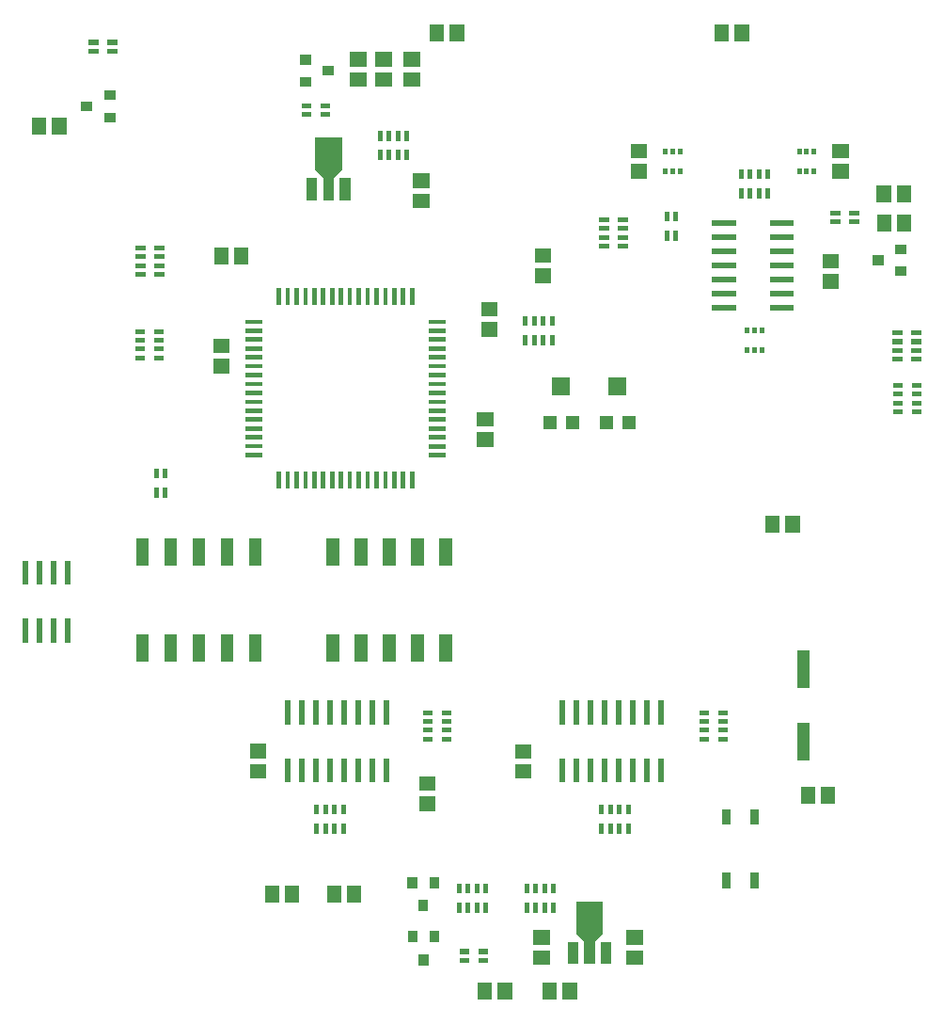
<source format=gbr>
G04 start of page 10 for group -4015 idx -4015 *
G04 Title: (unknown), toppaste *
G04 Creator: pcb 20140316 *
G04 CreationDate: Thu 03 Dec 2015 05:56:45 PM GMT UTC *
G04 For: ndholmes *
G04 Format: Gerber/RS-274X *
G04 PCB-Dimensions (mil): 3900.00 3600.00 *
G04 PCB-Coordinate-Origin: lower left *
%MOIN*%
%FSLAX25Y25*%
%LNTOPPASTE*%
%ADD113R,0.0630X0.0630*%
%ADD112R,0.0470X0.0470*%
%ADD111R,0.0157X0.0157*%
%ADD110R,0.0440X0.0440*%
%ADD109R,0.0430X0.0430*%
%ADD108R,0.0310X0.0310*%
%ADD107R,0.0165X0.0165*%
%ADD106C,0.0001*%
%ADD105R,0.0945X0.0945*%
%ADD104R,0.0378X0.0378*%
%ADD103R,0.0200X0.0200*%
%ADD102R,0.0340X0.0340*%
%ADD101R,0.0167X0.0167*%
%ADD100R,0.0512X0.0512*%
G54D100*X155021Y297586D02*X155807D01*
X155021Y290500D02*X155807D01*
X132650Y340543D02*X133436D01*
X132650Y333457D02*X133436D01*
X299543Y80393D02*Y79607D01*
X292457Y80393D02*Y79607D01*
X157107Y76957D02*X157893D01*
X157107Y84043D02*X157893D01*
G54D101*X150224Y314283D02*Y312413D01*
X147075Y314283D02*Y312413D01*
X143925Y314283D02*Y312413D01*
X140776Y314283D02*Y312413D01*
Y307587D02*Y305717D01*
X143925Y307587D02*Y305717D01*
X147075Y307587D02*Y305717D01*
X150224Y307587D02*Y305717D01*
G54D100*X109543Y45393D02*Y44607D01*
X102457Y45393D02*Y44607D01*
X131543Y45393D02*Y44607D01*
X124457Y45393D02*Y44607D01*
G54D101*X61413Y234776D02*X63283D01*
X61413Y237925D02*X63283D01*
X61413Y241075D02*X63283D01*
X61413Y244224D02*X63283D01*
X54717D02*X56587D01*
X54717Y241075D02*X56587D01*
X54717Y237925D02*X56587D01*
X54717Y234776D02*X56587D01*
G54D102*X114000Y340400D02*X114600D01*
X114000Y332600D02*X114600D01*
X122200Y336500D02*X122800D01*
X44700Y320000D02*X45300D01*
X44700Y327800D02*X45300D01*
X36500Y323900D02*X37100D01*
G54D101*X38217Y346575D02*X40087D01*
X38217Y343425D02*X40087D01*
X44913D02*X46783D01*
X44913Y346575D02*X46783D01*
X113717Y324075D02*X115587D01*
X113717Y320925D02*X115587D01*
X120413D02*X122283D01*
X120413Y324075D02*X122283D01*
G54D100*X198107Y271000D02*X198893D01*
X198107Y263914D02*X198893D01*
G54D101*X163413Y99776D02*X165283D01*
X163413Y102925D02*X165283D01*
X163413Y106075D02*X165283D01*
X163413Y109224D02*X165283D01*
X156717D02*X158587D01*
X156717Y106075D02*X158587D01*
X156717Y102925D02*X158587D01*
X156717Y99776D02*X158587D01*
G54D100*X97107Y88457D02*X97893D01*
X97107Y95543D02*X97893D01*
G54D103*X108000Y92000D02*Y85500D01*
X113000Y92000D02*Y85500D01*
X118000Y92000D02*Y85500D01*
X123000Y92000D02*Y85500D01*
X128000Y92000D02*Y85500D01*
X133000Y92000D02*Y85500D01*
X138000Y92000D02*Y85500D01*
X143000Y92000D02*Y85500D01*
Y112500D02*Y106000D01*
X138000Y112500D02*Y106000D01*
X133000Y112500D02*Y106000D01*
X128000Y112500D02*Y106000D01*
X123000Y112500D02*Y106000D01*
X118000Y112500D02*Y106000D01*
X113000Y112500D02*Y106000D01*
X108000Y112500D02*Y106000D01*
G54D100*X230607Y22457D02*X231393D01*
X230607Y29543D02*X231393D01*
X197607Y22457D02*X198393D01*
X197607Y29543D02*X198393D01*
G54D104*X209094Y26110D02*Y22016D01*
X215000Y33826D02*Y22016D01*
G54D105*Y37450D02*Y35560D01*
G54D106*G36*
X211695Y32255D02*X214535Y29415D01*
X213115Y27995D01*
X210275Y30835D01*
X211695Y32255D01*
G37*
G36*
X215465Y29415D02*X218305Y32255D01*
X219725Y30835D01*
X216885Y27995D01*
X215465Y29415D01*
G37*
G54D104*X220906Y26110D02*Y22016D01*
G54D101*X202224Y47783D02*Y45913D01*
X199075Y47783D02*Y45913D01*
X195925Y47783D02*Y45913D01*
X192776Y47783D02*Y45913D01*
Y41087D02*Y39217D01*
X195925Y41087D02*Y39217D01*
X199075Y41087D02*Y39217D01*
X202224Y41087D02*Y39217D01*
X178224Y47783D02*Y45913D01*
X175075Y47783D02*Y45913D01*
X171925Y47783D02*Y45913D01*
X168776Y47783D02*Y45913D01*
Y41087D02*Y39217D01*
X171925Y41087D02*Y39217D01*
X175075Y41087D02*Y39217D01*
X178224Y41087D02*Y39217D01*
G54D100*X151607Y340586D02*X152393D01*
X151607Y333500D02*X152393D01*
G54D101*X61565Y264351D02*X63435D01*
X61565Y267500D02*X63435D01*
X61565Y270650D02*X63435D01*
X61565Y273799D02*X63435D01*
X54869D02*X56739D01*
X54869Y270650D02*X56739D01*
X54869Y267500D02*X56739D01*
X54869Y264351D02*X56739D01*
G54D100*X319414Y293393D02*Y292607D01*
X326500Y293393D02*Y292607D01*
X141607Y340543D02*X142393D01*
X141607Y333457D02*X142393D01*
G54D101*X201724Y248783D02*Y246913D01*
X198575Y248783D02*Y246913D01*
X195425Y248783D02*Y246913D01*
X192276Y248783D02*Y246913D01*
Y242087D02*Y240217D01*
X195425Y242087D02*Y240217D01*
X198575Y242087D02*Y240217D01*
X201724Y242087D02*Y240217D01*
G54D100*X300107Y269000D02*X300893D01*
X300107Y261914D02*X300893D01*
X177607Y205914D02*X178393D01*
X177607Y213000D02*X178393D01*
X160957Y350350D02*Y349564D01*
X168043Y350350D02*Y349564D01*
X261914Y350393D02*Y349607D01*
X269000Y350393D02*Y349607D01*
X303607Y308043D02*X304393D01*
X303607Y300957D02*X304393D01*
G54D101*X225985Y274400D02*X227855D01*
X225985Y277549D02*X227855D01*
X225985Y280699D02*X227855D01*
X225985Y283848D02*X227855D01*
X219289D02*X221159D01*
X219289Y280699D02*X221159D01*
X219289Y277549D02*X221159D01*
X219289Y274400D02*X221159D01*
G54D107*X270940Y237713D02*Y237260D01*
X273500Y237713D02*Y237260D01*
X276060Y237713D02*Y237260D01*
Y244740D02*Y244287D01*
X273500Y244740D02*Y244287D01*
X270940Y244740D02*Y244287D01*
X241940Y301213D02*Y300760D01*
X244500Y301213D02*Y300760D01*
X247060Y301213D02*Y300760D01*
Y308240D02*Y307787D01*
X244500Y308240D02*Y307787D01*
X241940Y308240D02*Y307787D01*
G54D101*X307913Y282925D02*X309783D01*
X307913Y286075D02*X309783D01*
X301217D02*X303087D01*
X301217Y282925D02*X303087D01*
G54D103*X280000Y252500D02*X286500D01*
X280000Y257500D02*X286500D01*
X280000Y262500D02*X286500D01*
X280000Y267500D02*X286500D01*
X280000Y272500D02*X286500D01*
X280000Y277500D02*X286500D01*
X280000Y282500D02*X286500D01*
X259500D02*X266000D01*
X259500Y277500D02*X266000D01*
X259500Y272500D02*X266000D01*
X259500Y267500D02*X266000D01*
X259500Y262500D02*X266000D01*
X259500Y257500D02*X266000D01*
X259500Y252500D02*X266000D01*
G54D101*X278224Y300783D02*Y298913D01*
X275075Y300783D02*Y298913D01*
X271925Y300783D02*Y298913D01*
X268776Y300783D02*Y298913D01*
Y294087D02*Y292217D01*
X271925Y294087D02*Y292217D01*
X275075Y294087D02*Y292217D01*
X278224Y294087D02*Y292217D01*
G54D100*X232107Y308000D02*X232893D01*
X232107Y300914D02*X232893D01*
G54D101*X127724Y75783D02*Y73913D01*
X124575Y75783D02*Y73913D01*
X121425Y75783D02*Y73913D01*
X118276Y75783D02*Y73913D01*
Y69087D02*Y67217D01*
X121425Y69087D02*Y67217D01*
X124575Y69087D02*Y67217D01*
X127724Y69087D02*Y67217D01*
G54D108*X263500Y50950D02*Y48550D01*
X273500Y50950D02*Y48550D01*
Y73450D02*Y71050D01*
X263500Y73450D02*Y71050D01*
G54D100*X191107Y88414D02*X191893D01*
X191107Y95500D02*X191893D01*
G54D103*X205500Y92000D02*Y85500D01*
X210500Y92000D02*Y85500D01*
X215500Y92000D02*Y85500D01*
X220500Y92000D02*Y85500D01*
X225500Y92000D02*Y85500D01*
X230500Y92000D02*Y85500D01*
X235500Y92000D02*Y85500D01*
X240500Y92000D02*Y85500D01*
Y112500D02*Y106000D01*
X235500Y112500D02*Y106000D01*
X230500Y112500D02*Y106000D01*
X225500Y112500D02*Y106000D01*
X220500Y112500D02*Y106000D01*
X215500Y112500D02*Y106000D01*
X210500Y112500D02*Y106000D01*
X205500Y112500D02*Y106000D01*
G54D101*X261413Y99776D02*X263283D01*
X261413Y102925D02*X263283D01*
X261413Y106075D02*X263283D01*
X261413Y109224D02*X263283D01*
X254717D02*X256587D01*
X254717Y106075D02*X256587D01*
X254717Y102925D02*X256587D01*
X254717Y99776D02*X256587D01*
X228724Y75783D02*Y73913D01*
X225575Y75783D02*Y73913D01*
X222425Y75783D02*Y73913D01*
X219276Y75783D02*Y73913D01*
Y69087D02*Y67217D01*
X222425Y69087D02*Y67217D01*
X225575Y69087D02*Y67217D01*
X228724Y69087D02*Y67217D01*
G54D109*X291000Y103500D02*Y94500D01*
Y129100D02*Y120000D01*
G54D102*X160100Y30200D02*Y29600D01*
X152300Y30200D02*Y29600D01*
X156200Y22000D02*Y21400D01*
G54D110*X124000Y134650D02*Y129450D01*
Y168550D02*Y163350D01*
X134000Y134650D02*Y129450D01*
Y168550D02*Y163350D01*
X144000Y134650D02*Y129450D01*
Y168550D02*Y163350D01*
X154000Y134650D02*Y129450D01*
Y168550D02*Y163350D01*
X164000Y134650D02*Y129450D01*
Y168550D02*Y163350D01*
G54D100*X84107Y239043D02*X84893D01*
X84107Y231957D02*X84893D01*
X279957Y176393D02*Y175607D01*
X287043Y176393D02*Y175607D01*
X179107Y244957D02*X179893D01*
X179107Y252043D02*X179893D01*
X84457Y271393D02*Y270607D01*
X91543Y271393D02*Y270607D01*
G54D104*X116594Y296689D02*Y292595D01*
X122500Y304405D02*Y292595D01*
G54D105*Y308029D02*Y306139D01*
G54D106*G36*
X119195Y302834D02*X122035Y299994D01*
X120615Y298574D01*
X117775Y301414D01*
X119195Y302834D01*
G37*
G36*
X122965Y299994D02*X125805Y302834D01*
X127225Y301414D01*
X124385Y298574D01*
X122965Y299994D01*
G37*
G54D104*X128406Y296689D02*Y292595D01*
G54D102*X160000Y49300D02*Y48700D01*
X152200Y49300D02*Y48700D01*
X156100Y41100D02*Y40500D01*
G54D101*X169717Y24575D02*X171587D01*
X169717Y21425D02*X171587D01*
X176413D02*X178283D01*
X176413Y24575D02*X178283D01*
G54D111*X152122Y258772D02*Y254346D01*
X148973Y258772D02*Y254346D01*
X145823Y258772D02*Y254346D01*
X142674Y258772D02*Y254346D01*
X139524Y258772D02*Y254346D01*
X136374Y258772D02*Y254346D01*
X133225Y258772D02*Y254346D01*
X130075Y258772D02*Y254346D01*
X126926Y258772D02*Y254346D01*
X123776Y258772D02*Y254346D01*
X120626Y258772D02*Y254346D01*
X117477Y258772D02*Y254346D01*
X114327Y258772D02*Y254346D01*
X111178Y258772D02*Y254346D01*
X108028Y258772D02*Y254346D01*
X104878Y258772D02*Y254346D01*
X93728Y247622D02*X98154D01*
X93728Y244473D02*X98154D01*
X93728Y241323D02*X98154D01*
X93728Y238174D02*X98154D01*
X93728Y235024D02*X98154D01*
X93728Y231874D02*X98154D01*
X93728Y228725D02*X98154D01*
X93728Y225575D02*X98154D01*
X93728Y222426D02*X98154D01*
X93728Y219276D02*X98154D01*
X93728Y216126D02*X98154D01*
X93728Y212977D02*X98154D01*
X93728Y209827D02*X98154D01*
X93728Y206678D02*X98154D01*
X93728Y203528D02*X98154D01*
X93728Y200378D02*X98154D01*
X104878Y193654D02*Y189228D01*
X108027Y193654D02*Y189228D01*
X111177Y193654D02*Y189228D01*
X114326Y193654D02*Y189228D01*
X117476Y193654D02*Y189228D01*
X120626Y193654D02*Y189228D01*
X123775Y193654D02*Y189228D01*
X126925Y193654D02*Y189228D01*
X130074Y193654D02*Y189228D01*
X133224Y193654D02*Y189228D01*
X136374Y193654D02*Y189228D01*
X139523Y193654D02*Y189228D01*
X142673Y193654D02*Y189228D01*
X145822Y193654D02*Y189228D01*
X148972Y193654D02*Y189228D01*
X152122Y193654D02*Y189228D01*
X158846Y200378D02*X163272D01*
X158846Y203527D02*X163272D01*
X158846Y206677D02*X163272D01*
X158846Y209826D02*X163272D01*
X158846Y212976D02*X163272D01*
X158846Y216126D02*X163272D01*
X158846Y219275D02*X163272D01*
X158846Y222425D02*X163272D01*
X158846Y225574D02*X163272D01*
X158846Y228724D02*X163272D01*
X158846Y231874D02*X163272D01*
X158846Y235023D02*X163272D01*
X158846Y238173D02*X163272D01*
X158846Y241322D02*X163272D01*
X158846Y244472D02*X163272D01*
X158846Y247622D02*X163272D01*
G54D107*X289440Y301213D02*Y300760D01*
X292000Y301213D02*Y300760D01*
X294560Y301213D02*Y300760D01*
Y308240D02*Y307787D01*
X292000Y308240D02*Y307787D01*
X289440Y308240D02*Y307787D01*
G54D101*X323369Y225149D02*X325239D01*
X323369Y222000D02*X325239D01*
X323369Y218850D02*X325239D01*
X323369Y215701D02*X325239D01*
X330065D02*X331935D01*
X330065Y218850D02*X331935D01*
X330065Y222000D02*X331935D01*
X330065Y225149D02*X331935D01*
X323217Y243724D02*X325087D01*
X323217Y240575D02*X325087D01*
X323217Y237425D02*X325087D01*
X323217Y234276D02*X325087D01*
X329913D02*X331783D01*
X329913Y237425D02*X331783D01*
X329913Y240575D02*X331783D01*
X329913Y243724D02*X331783D01*
G54D100*X326543Y282893D02*Y282107D01*
X319457Y282893D02*Y282107D01*
G54D102*X325200Y265500D02*X325800D01*
X325200Y273300D02*X325800D01*
X317000Y269400D02*X317600D01*
G54D101*X61425Y188087D02*Y186217D01*
X64575Y188087D02*Y186217D01*
Y194783D02*Y192913D01*
X61425Y194783D02*Y192913D01*
G54D112*X201099Y211950D02*X201100D01*
X208900D02*X208901D01*
G54D113*X205000Y224750D02*X205001D01*
G54D112*X221099Y211950D02*X221100D01*
X228900D02*X228901D01*
G54D113*X225000Y224750D02*X225001D01*
G54D101*X242425Y279087D02*Y277217D01*
X245575Y279087D02*Y277217D01*
Y285783D02*Y283913D01*
X242425Y285783D02*Y283913D01*
G54D110*X56500Y134650D02*Y129450D01*
Y168550D02*Y163350D01*
X66500Y134650D02*Y129450D01*
Y168550D02*Y163350D01*
X76500Y134650D02*Y129450D01*
Y168550D02*Y163350D01*
X86500Y134650D02*Y129450D01*
Y168550D02*Y163350D01*
X96500Y134650D02*Y129450D01*
Y168550D02*Y163350D01*
G54D100*X19957Y317393D02*Y316607D01*
X27043Y317393D02*Y316607D01*
X208043Y10893D02*Y10107D01*
X200957Y10893D02*Y10107D01*
X185043Y10893D02*Y10107D01*
X177957Y10893D02*Y10107D01*
G54D103*X30000Y162000D02*Y155500D01*
X25000Y162000D02*Y155500D01*
X20000Y162000D02*Y155500D01*
X15000Y162000D02*Y155500D01*
Y141500D02*Y135000D01*
X20000Y141500D02*Y135000D01*
X25000Y141500D02*Y135000D01*
X30000Y141500D02*Y135000D01*
M02*

</source>
